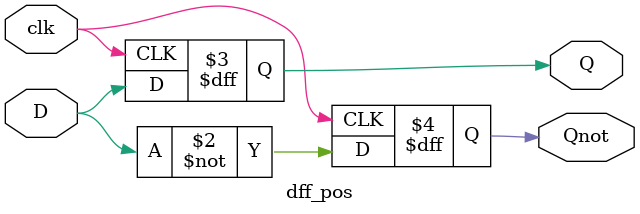
<source format=v>
module dff_pos (D, clk, Q, Qnot);
	input  D, clk;
	output Q, Qnot;
	reg    Q, Qnot;
	
	always @ (posedge clk) begin
		Q <= D;
		Qnot <= ~D;
	end 
endmodule
</source>
